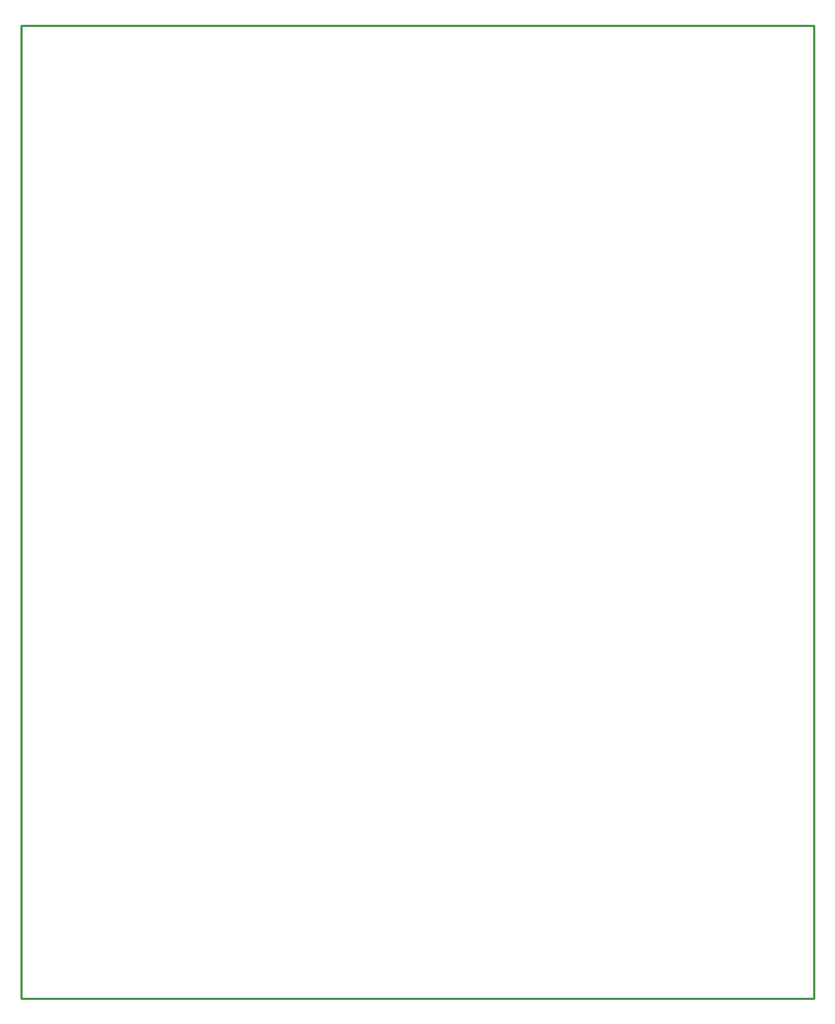
<source format=gko>
G04 EAGLE Gerber RS-274X export*
G75*
%MOMM*%
%FSLAX34Y34*%
%LPD*%
%IN*%
%IPPOS*%
%AMOC8*
5,1,8,0,0,1.08239X$1,22.5*%
G01*
G04 Define Apertures*
%ADD10C,0.254000*%
D10*
X0Y0D02*
X920550Y0D01*
X920550Y1129540D01*
X0Y1129540D01*
X0Y0D01*
M02*

</source>
